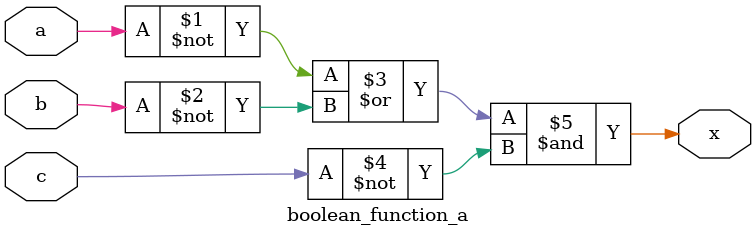
<source format=v>
`timescale 1ns / 1ps

module boolean_function_a(
input a,b,c,
output x
    );
    
assign x=(~a|~b)&(~c);

endmodule

</source>
